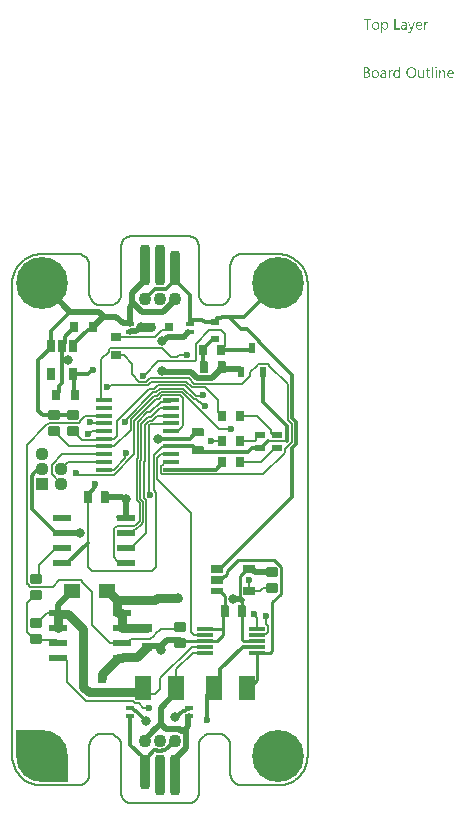
<source format=gtl>
G04*
G04 #@! TF.GenerationSoftware,Altium Limited,Altium Designer,21.9.2 (33)*
G04*
G04 Layer_Physical_Order=1*
G04 Layer_Color=255*
%FSLAX44Y44*%
%MOMM*%
G71*
G04*
G04 #@! TF.SameCoordinates,2EA8CFF5-2370-4CCC-882B-FB9061A37F0A*
G04*
G04*
G04 #@! TF.FilePolarity,Positive*
G04*
G01*
G75*
%ADD10C,0.2500*%
%ADD12C,0.2000*%
%ADD14C,0.1500*%
G04:AMPARAMS|DCode=16|XSize=0.95mm|YSize=0.8mm|CornerRadius=0.1mm|HoleSize=0mm|Usage=FLASHONLY|Rotation=0.000|XOffset=0mm|YOffset=0mm|HoleType=Round|Shape=RoundedRectangle|*
%AMROUNDEDRECTD16*
21,1,0.9500,0.6000,0,0,0.0*
21,1,0.7500,0.8000,0,0,0.0*
1,1,0.2000,0.3750,-0.3000*
1,1,0.2000,-0.3750,-0.3000*
1,1,0.2000,-0.3750,0.3000*
1,1,0.2000,0.3750,0.3000*
%
%ADD16ROUNDEDRECTD16*%
G04:AMPARAMS|DCode=17|XSize=0.95mm|YSize=0.8mm|CornerRadius=0.08mm|HoleSize=0mm|Usage=FLASHONLY|Rotation=0.000|XOffset=0mm|YOffset=0mm|HoleType=Round|Shape=RoundedRectangle|*
%AMROUNDEDRECTD17*
21,1,0.9500,0.6400,0,0,0.0*
21,1,0.7900,0.8000,0,0,0.0*
1,1,0.1600,0.3950,-0.3200*
1,1,0.1600,-0.3950,-0.3200*
1,1,0.1600,-0.3950,0.3200*
1,1,0.1600,0.3950,0.3200*
%
%ADD17ROUNDEDRECTD17*%
%ADD20R,1.3500X0.4000*%
G04:AMPARAMS|DCode=21|XSize=1mm|YSize=0.7mm|CornerRadius=0.0875mm|HoleSize=0mm|Usage=FLASHONLY|Rotation=270.000|XOffset=0mm|YOffset=0mm|HoleType=Round|Shape=RoundedRectangle|*
%AMROUNDEDRECTD21*
21,1,1.0000,0.5250,0,0,270.0*
21,1,0.8250,0.7000,0,0,270.0*
1,1,0.1750,-0.2625,-0.4125*
1,1,0.1750,-0.2625,0.4125*
1,1,0.1750,0.2625,0.4125*
1,1,0.1750,0.2625,-0.4125*
%
%ADD21ROUNDEDRECTD21*%
%ADD22R,1.5500X0.6000*%
%ADD23R,0.7620X0.8128*%
%ADD24R,0.6000X0.9000*%
G04:AMPARAMS|DCode=25|XSize=1mm|YSize=0.7mm|CornerRadius=0.0875mm|HoleSize=0mm|Usage=FLASHONLY|Rotation=0.000|XOffset=0mm|YOffset=0mm|HoleType=Round|Shape=RoundedRectangle|*
%AMROUNDEDRECTD25*
21,1,1.0000,0.5250,0,0,0.0*
21,1,0.8250,0.7000,0,0,0.0*
1,1,0.1750,0.4125,-0.2625*
1,1,0.1750,-0.4125,-0.2625*
1,1,0.1750,-0.4125,0.2625*
1,1,0.1750,0.4125,0.2625*
%
%ADD25ROUNDEDRECTD25*%
%ADD26R,0.8000X0.9000*%
%ADD27R,0.8128X0.7620*%
%ADD29R,1.4500X0.3000*%
%ADD30R,1.0600X0.6500*%
%ADD31R,1.0600X0.6000*%
%ADD32R,0.9000X0.8000*%
%ADD33R,1.4000X2.0000*%
%ADD35R,0.7000X1.0000*%
%ADD36R,1.4500X1.2000*%
%ADD37R,0.8000X0.6000*%
%ADD38R,0.9000X0.6000*%
G04:AMPARAMS|DCode=41|XSize=0.9mm|YSize=3.45mm|CornerRadius=0.351mm|HoleSize=0mm|Usage=FLASHONLY|Rotation=0.000|XOffset=0mm|YOffset=0mm|HoleType=Round|Shape=RoundedRectangle|*
%AMROUNDEDRECTD41*
21,1,0.9000,2.7480,0,0,0.0*
21,1,0.1980,3.4500,0,0,0.0*
1,1,0.7020,0.0990,-1.3740*
1,1,0.7020,-0.0990,-1.3740*
1,1,0.7020,-0.0990,1.3740*
1,1,0.7020,0.0990,1.3740*
%
%ADD41ROUNDEDRECTD41*%
G04:AMPARAMS|DCode=42|XSize=0.9mm|YSize=2.95mm|CornerRadius=0.351mm|HoleSize=0mm|Usage=FLASHONLY|Rotation=0.000|XOffset=0mm|YOffset=0mm|HoleType=Round|Shape=RoundedRectangle|*
%AMROUNDEDRECTD42*
21,1,0.9000,2.2480,0,0,0.0*
21,1,0.1980,2.9500,0,0,0.0*
1,1,0.7020,0.0990,-1.1240*
1,1,0.7020,-0.0990,-1.1240*
1,1,0.7020,-0.0990,1.1240*
1,1,0.7020,0.0990,1.1240*
%
%ADD42ROUNDEDRECTD42*%
%ADD62C,1.1000*%
%ADD67R,0.8000X0.8000*%
%ADD68R,0.7000X0.4000*%
%ADD69C,0.3000*%
%ADD70C,0.5000*%
%ADD71C,0.7500*%
%ADD72C,4.4000*%
%ADD73C,1.1100*%
%ADD74R,1.1100X1.1100*%
%ADD75C,0.8000*%
%ADD76C,0.6000*%
G36*
X521895Y312512D02*
X522006Y312496D01*
X522116Y312481D01*
X522398Y312418D01*
X522713Y312323D01*
X523027Y312166D01*
X523185Y312072D01*
X523342Y311946D01*
X523483Y311820D01*
X523625Y311663D01*
X523641Y311647D01*
X523656Y311632D01*
X523688Y311569D01*
X523735Y311506D01*
X523782Y311427D01*
X523845Y311317D01*
X523908Y311191D01*
X523971Y311066D01*
X524034Y310908D01*
X524097Y310735D01*
X524160Y310547D01*
X524207Y310342D01*
X524285Y309886D01*
X524317Y309635D01*
X524317Y309368D01*
X524317Y309352D01*
X524317Y309305D01*
X524317Y309210D01*
X524301Y309100D01*
X524301Y308974D01*
X524269Y308817D01*
X524254Y308644D01*
X524222Y308456D01*
X524128Y308047D01*
X523987Y307622D01*
X523892Y307418D01*
X523798Y307214D01*
X523672Y307009D01*
X523531Y306821D01*
X523515Y306805D01*
X523499Y306773D01*
X523452Y306726D01*
X523389Y306679D01*
X523310Y306600D01*
X523216Y306522D01*
X523106Y306427D01*
X522980Y306349D01*
X522839Y306255D01*
X522682Y306160D01*
X522304Y306019D01*
X522100Y305956D01*
X521895Y305909D01*
X521660Y305877D01*
X521408Y305861D01*
X521282Y305861D01*
X521204Y305877D01*
X521093Y305893D01*
X520984Y305924D01*
X520700Y305987D01*
X520402Y306113D01*
X520229Y306207D01*
X520072Y306302D01*
X519914Y306427D01*
X519773Y306569D01*
X519616Y306726D01*
X519490Y306915D01*
X519458Y306915D01*
X519458Y303078D01*
X518436Y303078D01*
X518436Y312386D01*
X519458Y312386D01*
X519458Y311254D01*
X519490Y311254D01*
X519506Y311270D01*
X519521Y311317D01*
X519568Y311380D01*
X519631Y311459D01*
X519710Y311553D01*
X519804Y311663D01*
X519914Y311773D01*
X520056Y311899D01*
X520197Y312009D01*
X520355Y312119D01*
X520543Y312229D01*
X520732Y312323D01*
X520952Y312418D01*
X521188Y312481D01*
X521424Y312512D01*
X521691Y312528D01*
X521817Y312528D01*
X521895Y312512D01*
X521895Y312512D02*
G37*
G36*
X557743Y312481D02*
X557932Y312465D01*
X558042Y312433D01*
X558120Y312402D01*
X558120Y311349D01*
X558105Y311364D01*
X558073Y311380D01*
X558010Y311411D01*
X557932Y311459D01*
X557822Y311490D01*
X557680Y311522D01*
X557523Y311537D01*
X557350Y311553D01*
X557318Y311553D01*
X557240Y311537D01*
X557114Y311522D01*
X556973Y311474D01*
X556784Y311396D01*
X556611Y311286D01*
X556422Y311129D01*
X556249Y310924D01*
X556234Y310893D01*
X556186Y310814D01*
X556108Y310673D01*
X556029Y310484D01*
X555951Y310248D01*
X555872Y309949D01*
X555825Y309619D01*
X555809Y309242D01*
X555809Y306003D01*
X554787Y306003D01*
X554787Y312386D01*
X555809Y312386D01*
X555809Y311066D01*
X555840Y311066D01*
X555840Y311081D01*
X555856Y311097D01*
X555888Y311176D01*
X555935Y311301D01*
X556013Y311459D01*
X556092Y311616D01*
X556218Y311789D01*
X556344Y311962D01*
X556501Y312119D01*
X556517Y312135D01*
X556580Y312182D01*
X556674Y312245D01*
X556800Y312308D01*
X556941Y312371D01*
X557114Y312433D01*
X557303Y312481D01*
X557507Y312496D01*
X557649Y312496D01*
X557743Y312481D01*
X557743Y312481D02*
G37*
G36*
X544080Y304981D02*
X544064Y304965D01*
X544049Y304902D01*
X544001Y304792D01*
X543938Y304667D01*
X543860Y304525D01*
X543750Y304352D01*
X543640Y304179D01*
X543514Y303990D01*
X543357Y303802D01*
X543200Y303629D01*
X543011Y303456D01*
X542807Y303314D01*
X542602Y303189D01*
X542366Y303078D01*
X542130Y303016D01*
X541863Y303000D01*
X541722Y303000D01*
X541627Y303016D01*
X541423Y303047D01*
X541203Y303094D01*
X541203Y304006D01*
X541218Y304006D01*
X541266Y303990D01*
X541329Y303975D01*
X541407Y303959D01*
X541596Y303912D01*
X541800Y303896D01*
X541832Y303896D01*
X541926Y303912D01*
X542067Y303943D01*
X542240Y304006D01*
X542429Y304116D01*
X542523Y304195D01*
X542618Y304289D01*
X542712Y304384D01*
X542807Y304509D01*
X542885Y304651D01*
X542964Y304808D01*
X543483Y306003D01*
X540983Y312386D01*
X542115Y312386D01*
X543844Y307465D01*
X543844Y307449D01*
X543860Y307418D01*
X543876Y307371D01*
X543891Y307308D01*
X543907Y307214D01*
X543938Y307119D01*
X543970Y306978D01*
X544017Y306978D01*
X544017Y307009D01*
X544049Y307104D01*
X544080Y307245D01*
X544143Y307449D01*
X545951Y312386D01*
X547004Y312386D01*
X544080Y304981D01*
X544080Y304981D02*
G37*
G36*
X537964Y312512D02*
X538105Y312496D01*
X538278Y312449D01*
X538467Y312402D01*
X538671Y312323D01*
X538891Y312229D01*
X539096Y312103D01*
X539300Y311946D01*
X539489Y311757D01*
X539662Y311522D01*
X539803Y311254D01*
X539913Y310940D01*
X539976Y310578D01*
X540008Y310154D01*
X540008Y306003D01*
X538986Y306003D01*
X538986Y306994D01*
X538954Y306994D01*
X538954Y306978D01*
X538923Y306946D01*
X538891Y306883D01*
X538829Y306821D01*
X538671Y306632D01*
X538467Y306427D01*
X538184Y306223D01*
X537854Y306034D01*
X537649Y305972D01*
X537445Y305909D01*
X537225Y305877D01*
X536989Y305861D01*
X536895Y305861D01*
X536832Y305877D01*
X536659Y305893D01*
X536455Y305924D01*
X536203Y305987D01*
X535967Y306066D01*
X535716Y306192D01*
X535495Y306349D01*
X535480Y306380D01*
X535417Y306443D01*
X535322Y306553D01*
X535228Y306710D01*
X535134Y306899D01*
X535039Y307119D01*
X534977Y307386D01*
X534961Y307685D01*
X534961Y307701D01*
X534961Y307764D01*
X534977Y307858D01*
X534992Y307968D01*
X535024Y308110D01*
X535071Y308267D01*
X535134Y308440D01*
X535228Y308613D01*
X535338Y308802D01*
X535480Y308990D01*
X535653Y309163D01*
X535857Y309320D01*
X536093Y309478D01*
X536376Y309603D01*
X536690Y309698D01*
X537068Y309776D01*
X538986Y310044D01*
X538986Y310059D01*
X538986Y310107D01*
X538970Y310201D01*
X538970Y310295D01*
X538939Y310421D01*
X538923Y310562D01*
X538829Y310861D01*
X538750Y311003D01*
X538671Y311144D01*
X538561Y311286D01*
X538436Y311411D01*
X538278Y311522D01*
X538105Y311600D01*
X537901Y311647D01*
X537665Y311663D01*
X537555Y311663D01*
X537477Y311647D01*
X537366Y311647D01*
X537256Y311616D01*
X536973Y311569D01*
X536659Y311474D01*
X536313Y311333D01*
X536124Y311239D01*
X535951Y311144D01*
X535763Y311019D01*
X535590Y310877D01*
X535590Y311930D01*
X535606Y311930D01*
X535637Y311962D01*
X535684Y311993D01*
X535763Y312025D01*
X535841Y312072D01*
X535951Y312119D01*
X536077Y312166D01*
X536219Y312229D01*
X536533Y312339D01*
X536911Y312433D01*
X537319Y312496D01*
X537760Y312528D01*
X537854Y312528D01*
X537964Y312512D01*
X537964Y312512D02*
G37*
G36*
X530621Y306946D02*
X534206Y306946D01*
X534206Y306003D01*
X529568Y306003D01*
X529568Y314933D01*
X530621Y314933D01*
X530621Y306946D01*
X530621Y306946D02*
G37*
G36*
X509695Y313990D02*
X507116Y313990D01*
X507116Y306003D01*
X506078Y306003D01*
X506078Y313990D01*
X503500Y313990D01*
X503500Y314933D01*
X509695Y314933D01*
X509695Y313990D01*
X509695Y313990D02*
G37*
G36*
X550825Y312512D02*
X550935Y312496D01*
X551045Y312481D01*
X551328Y312433D01*
X551643Y312323D01*
X551957Y312182D01*
X552114Y312088D01*
X552271Y311978D01*
X552413Y311852D01*
X552555Y311710D01*
X552570Y311695D01*
X552586Y311679D01*
X552617Y311632D01*
X552664Y311569D01*
X552712Y311474D01*
X552775Y311380D01*
X552837Y311270D01*
X552900Y311129D01*
X552963Y310971D01*
X553026Y310814D01*
X553089Y310625D01*
X553136Y310421D01*
X553183Y310201D01*
X553215Y309981D01*
X553246Y309729D01*
X553246Y309462D01*
X553246Y308927D01*
X548734Y308927D01*
X548734Y308912D01*
X548734Y308880D01*
X548734Y308833D01*
X548750Y308754D01*
X548765Y308660D01*
X548765Y308566D01*
X548812Y308314D01*
X548891Y308063D01*
X548985Y307780D01*
X549127Y307512D01*
X549300Y307276D01*
X549331Y307245D01*
X549394Y307182D01*
X549520Y307104D01*
X549693Y306994D01*
X549913Y306883D01*
X550165Y306805D01*
X550463Y306742D01*
X550809Y306710D01*
X550919Y306710D01*
X550998Y306726D01*
X551092Y306726D01*
X551202Y306742D01*
X551470Y306805D01*
X551768Y306883D01*
X552099Y307009D01*
X552444Y307182D01*
X552617Y307292D01*
X552790Y307418D01*
X552790Y306459D01*
X552775Y306459D01*
X552759Y306427D01*
X552712Y306412D01*
X552633Y306365D01*
X552555Y306317D01*
X552460Y306270D01*
X552334Y306223D01*
X552209Y306160D01*
X552051Y306097D01*
X551878Y306050D01*
X551501Y305956D01*
X551061Y305893D01*
X550573Y305861D01*
X550448Y305861D01*
X550353Y305877D01*
X550243Y305893D01*
X550102Y305909D01*
X549803Y305972D01*
X549457Y306066D01*
X549111Y306223D01*
X548938Y306333D01*
X548765Y306443D01*
X548608Y306569D01*
X548451Y306726D01*
X548435Y306742D01*
X548419Y306773D01*
X548388Y306821D01*
X548325Y306883D01*
X548278Y306978D01*
X548215Y307088D01*
X548136Y307214D01*
X548074Y307355D01*
X547995Y307512D01*
X547932Y307701D01*
X547853Y307905D01*
X547806Y308125D01*
X547759Y308361D01*
X547712Y308613D01*
X547696Y308880D01*
X547681Y309163D01*
X547681Y309179D01*
X547681Y309226D01*
X547681Y309305D01*
X547696Y309415D01*
X547712Y309541D01*
X547728Y309682D01*
X547743Y309855D01*
X547790Y310028D01*
X547885Y310405D01*
X548026Y310814D01*
X548121Y311019D01*
X548246Y311207D01*
X548372Y311411D01*
X548514Y311584D01*
X548530Y311600D01*
X548561Y311632D01*
X548608Y311679D01*
X548671Y311726D01*
X548750Y311805D01*
X548844Y311883D01*
X548970Y311962D01*
X549095Y312056D01*
X549394Y312229D01*
X549756Y312386D01*
X549960Y312433D01*
X550165Y312481D01*
X550385Y312512D01*
X550621Y312528D01*
X550746Y312528D01*
X550825Y312512D01*
X550825Y312512D02*
G37*
G36*
X514018Y312512D02*
X514128Y312496D01*
X514270Y312481D01*
X514584Y312418D01*
X514946Y312308D01*
X515308Y312150D01*
X515496Y312056D01*
X515669Y311946D01*
X515842Y311805D01*
X515999Y311647D01*
X516015Y311632D01*
X516031Y311600D01*
X516078Y311553D01*
X516125Y311490D01*
X516188Y311396D01*
X516251Y311286D01*
X516330Y311160D01*
X516408Y311019D01*
X516471Y310846D01*
X516550Y310673D01*
X516613Y310468D01*
X516675Y310248D01*
X516723Y310012D01*
X516770Y309761D01*
X516786Y309493D01*
X516801Y309210D01*
X516801Y309195D01*
X516801Y309147D01*
X516801Y309069D01*
X516786Y308959D01*
X516770Y308833D01*
X516754Y308676D01*
X516723Y308519D01*
X516691Y308330D01*
X516597Y307952D01*
X516440Y307544D01*
X516345Y307339D01*
X516219Y307135D01*
X516094Y306946D01*
X515937Y306773D01*
X515921Y306758D01*
X515889Y306742D01*
X515842Y306695D01*
X515779Y306632D01*
X515685Y306569D01*
X515591Y306490D01*
X515465Y306396D01*
X515323Y306317D01*
X515166Y306239D01*
X514993Y306144D01*
X514804Y306066D01*
X514600Y306003D01*
X514380Y305940D01*
X514144Y305909D01*
X513893Y305877D01*
X513625Y305861D01*
X513484Y305861D01*
X513390Y305877D01*
X513279Y305893D01*
X513138Y305909D01*
X512981Y305940D01*
X512808Y305972D01*
X512446Y306082D01*
X512069Y306239D01*
X511880Y306333D01*
X511707Y306459D01*
X511534Y306585D01*
X511361Y306742D01*
X511345Y306758D01*
X511330Y306789D01*
X511283Y306836D01*
X511236Y306899D01*
X511173Y306994D01*
X511094Y307104D01*
X511015Y307229D01*
X510952Y307371D01*
X510874Y307544D01*
X510795Y307717D01*
X510717Y307905D01*
X510654Y308125D01*
X510559Y308597D01*
X510544Y308849D01*
X510528Y309116D01*
X510528Y309132D01*
X510528Y309195D01*
X510528Y309273D01*
X510544Y309383D01*
X510559Y309509D01*
X510575Y309666D01*
X510607Y309839D01*
X510638Y310028D01*
X510732Y310437D01*
X510890Y310846D01*
X511000Y311050D01*
X511110Y311254D01*
X511236Y311443D01*
X511393Y311616D01*
X511408Y311632D01*
X511440Y311663D01*
X511487Y311695D01*
X511550Y311757D01*
X511644Y311820D01*
X511754Y311899D01*
X511880Y311993D01*
X512022Y312072D01*
X512179Y312150D01*
X512368Y312245D01*
X512556Y312323D01*
X512776Y312386D01*
X512996Y312449D01*
X513248Y312496D01*
X513515Y312512D01*
X513783Y312528D01*
X513924Y312528D01*
X514018Y312512D01*
X514018Y312512D02*
G37*
G36*
X564991Y274449D02*
X565054Y274449D01*
X565195Y274386D01*
X565274Y274339D01*
X565353Y274276D01*
X565368Y274261D01*
X565384Y274245D01*
X565463Y274151D01*
X565526Y273993D01*
X565541Y273899D01*
X565557Y273805D01*
X565557Y273789D01*
X565557Y273757D01*
X565541Y273710D01*
X565526Y273647D01*
X565478Y273490D01*
X565416Y273412D01*
X565353Y273333D01*
X565337Y273333D01*
X565321Y273302D01*
X565227Y273239D01*
X565085Y273176D01*
X564991Y273160D01*
X564897Y273144D01*
X564850Y273144D01*
X564802Y273160D01*
X564739Y273160D01*
X564582Y273223D01*
X564504Y273254D01*
X564425Y273317D01*
X564425Y273333D01*
X564394Y273349D01*
X564362Y273396D01*
X564331Y273443D01*
X564268Y273600D01*
X564252Y273694D01*
X564236Y273805D01*
X564236Y273820D01*
X564236Y273852D01*
X564252Y273899D01*
X564268Y273978D01*
X564315Y274119D01*
X564362Y274198D01*
X564425Y274276D01*
X564441Y274292D01*
X564456Y274308D01*
X564551Y274371D01*
X564708Y274433D01*
X564802Y274465D01*
X564944Y274465D01*
X564991Y274449D01*
X564991Y274449D02*
G37*
G36*
X534536Y265141D02*
X533514Y265141D01*
X533514Y266211D01*
X533483Y266211D01*
X533483Y266195D01*
X533451Y266163D01*
X533404Y266101D01*
X533357Y266022D01*
X533279Y265928D01*
X533184Y265833D01*
X533074Y265723D01*
X532948Y265613D01*
X532807Y265487D01*
X532634Y265377D01*
X532461Y265283D01*
X532257Y265189D01*
X532052Y265110D01*
X531816Y265047D01*
X531565Y265016D01*
X531297Y265000D01*
X531188Y265000D01*
X531093Y265016D01*
X530999Y265031D01*
X530873Y265047D01*
X530606Y265110D01*
X530291Y265204D01*
X529977Y265361D01*
X529804Y265456D01*
X529662Y265566D01*
X529505Y265707D01*
X529364Y265849D01*
X529364Y265865D01*
X529332Y265896D01*
X529301Y265943D01*
X529254Y266006D01*
X529206Y266085D01*
X529143Y266195D01*
X529081Y266321D01*
X529018Y266462D01*
X528939Y266619D01*
X528876Y266792D01*
X528813Y266981D01*
X528766Y267185D01*
X528719Y267405D01*
X528688Y267657D01*
X528672Y267909D01*
X528656Y268176D01*
X528656Y268192D01*
X528656Y268239D01*
X528656Y268333D01*
X528672Y268443D01*
X528688Y268569D01*
X528703Y268726D01*
X528719Y268899D01*
X528750Y269088D01*
X528845Y269497D01*
X528986Y269921D01*
X529081Y270126D01*
X529191Y270330D01*
X529301Y270519D01*
X529442Y270707D01*
X529458Y270723D01*
X529474Y270754D01*
X529521Y270802D01*
X529584Y270865D01*
X529662Y270927D01*
X529772Y271006D01*
X529883Y271100D01*
X530008Y271195D01*
X530323Y271368D01*
X530684Y271525D01*
X530889Y271572D01*
X531109Y271619D01*
X531329Y271651D01*
X531581Y271666D01*
X531706Y271666D01*
X531801Y271651D01*
X531895Y271635D01*
X532021Y271619D01*
X532304Y271541D01*
X532618Y271415D01*
X532775Y271336D01*
X532933Y271226D01*
X533090Y271116D01*
X533231Y270975D01*
X533357Y270817D01*
X533483Y270629D01*
X533514Y270629D01*
X533514Y274591D01*
X534536Y274591D01*
X534536Y265141D01*
X534536Y265141D02*
G37*
G36*
X570777Y271651D02*
X570966Y271635D01*
X571202Y271588D01*
X571453Y271509D01*
X571720Y271383D01*
X571988Y271210D01*
X572098Y271116D01*
X572208Y270990D01*
X572239Y270959D01*
X572302Y270865D01*
X572381Y270707D01*
X572491Y270487D01*
X572585Y270220D01*
X572679Y269890D01*
X572742Y269497D01*
X572758Y269041D01*
X572758Y265141D01*
X571736Y265141D01*
X571736Y268773D01*
X571736Y268789D01*
X571736Y268868D01*
X571720Y268962D01*
X571720Y269088D01*
X571689Y269245D01*
X571657Y269418D01*
X571610Y269607D01*
X571547Y269795D01*
X571469Y269984D01*
X571374Y270157D01*
X571249Y270330D01*
X571107Y270487D01*
X570950Y270613D01*
X570746Y270707D01*
X570525Y270786D01*
X570258Y270802D01*
X570227Y270802D01*
X570132Y270786D01*
X569991Y270770D01*
X569818Y270723D01*
X569613Y270660D01*
X569393Y270550D01*
X569189Y270408D01*
X568985Y270220D01*
X568969Y270188D01*
X568906Y270126D01*
X568827Y270000D01*
X568733Y269827D01*
X568639Y269622D01*
X568560Y269371D01*
X568497Y269088D01*
X568481Y268773D01*
X568481Y265141D01*
X567459Y265141D01*
X567459Y271525D01*
X568481Y271525D01*
X568481Y270456D01*
X568513Y270456D01*
X568529Y270471D01*
X568544Y270503D01*
X568591Y270566D01*
X568654Y270644D01*
X568717Y270739D01*
X568812Y270833D01*
X568922Y270943D01*
X569048Y271069D01*
X569189Y271179D01*
X569346Y271289D01*
X569519Y271383D01*
X569708Y271478D01*
X569897Y271556D01*
X570117Y271619D01*
X570353Y271651D01*
X570604Y271666D01*
X570698Y271666D01*
X570777Y271651D01*
X570777Y271651D02*
G37*
G36*
X527603Y271619D02*
X527791Y271603D01*
X527901Y271572D01*
X527980Y271541D01*
X527980Y270487D01*
X527964Y270503D01*
X527933Y270519D01*
X527870Y270550D01*
X527791Y270597D01*
X527681Y270629D01*
X527540Y270660D01*
X527383Y270676D01*
X527210Y270692D01*
X527178Y270692D01*
X527100Y270676D01*
X526974Y270660D01*
X526832Y270613D01*
X526644Y270534D01*
X526471Y270424D01*
X526282Y270267D01*
X526109Y270063D01*
X526093Y270031D01*
X526046Y269953D01*
X525968Y269811D01*
X525889Y269622D01*
X525810Y269387D01*
X525732Y269088D01*
X525685Y268758D01*
X525669Y268380D01*
X525669Y265141D01*
X524647Y265141D01*
X524647Y271525D01*
X525669Y271525D01*
X525669Y270204D01*
X525700Y270204D01*
X525700Y270220D01*
X525716Y270236D01*
X525747Y270314D01*
X525795Y270440D01*
X525873Y270597D01*
X525952Y270754D01*
X526078Y270927D01*
X526203Y271100D01*
X526361Y271257D01*
X526376Y271273D01*
X526439Y271320D01*
X526534Y271383D01*
X526659Y271446D01*
X526801Y271509D01*
X526974Y271572D01*
X527163Y271619D01*
X527367Y271635D01*
X527508Y271635D01*
X527603Y271619D01*
X527603Y271619D02*
G37*
G36*
X554881Y265141D02*
X553859Y265141D01*
X553859Y266148D01*
X553828Y266148D01*
X553828Y266132D01*
X553797Y266101D01*
X553765Y266038D01*
X553702Y265975D01*
X553561Y265786D01*
X553341Y265582D01*
X553215Y265472D01*
X553073Y265361D01*
X552916Y265267D01*
X552727Y265173D01*
X552539Y265110D01*
X552334Y265047D01*
X552099Y265016D01*
X551863Y265000D01*
X551768Y265000D01*
X551658Y265016D01*
X551501Y265047D01*
X551328Y265079D01*
X551139Y265141D01*
X550935Y265220D01*
X550731Y265346D01*
X550510Y265487D01*
X550306Y265660D01*
X550117Y265880D01*
X549944Y266148D01*
X549787Y266446D01*
X549677Y266808D01*
X549614Y267232D01*
X549583Y267453D01*
X549583Y267704D01*
X549583Y271525D01*
X550589Y271525D01*
X550589Y267861D01*
X550589Y267846D01*
X550589Y267783D01*
X550605Y267673D01*
X550621Y267547D01*
X550636Y267390D01*
X550668Y267232D01*
X550715Y267044D01*
X550778Y266855D01*
X550872Y266667D01*
X550966Y266494D01*
X551092Y266321D01*
X551250Y266163D01*
X551422Y266038D01*
X551627Y265943D01*
X551878Y265865D01*
X552146Y265849D01*
X552177Y265849D01*
X552271Y265865D01*
X552413Y265880D01*
X552570Y265912D01*
X552775Y265991D01*
X552979Y266085D01*
X553183Y266211D01*
X553372Y266399D01*
X553388Y266431D01*
X553451Y266494D01*
X553529Y266619D01*
X553624Y266792D01*
X553702Y266997D01*
X553781Y267248D01*
X553844Y267531D01*
X553859Y267846D01*
X553859Y271525D01*
X554881Y271525D01*
X554881Y265141D01*
X554881Y265141D02*
G37*
G36*
X565384Y265141D02*
X564362Y265141D01*
X564362Y271525D01*
X565384Y271525D01*
X565384Y265141D01*
X565384Y265141D02*
G37*
G36*
X562287Y265141D02*
X561265Y265141D01*
X561265Y274591D01*
X562287Y274591D01*
X562287Y265141D01*
X562287Y265141D02*
G37*
G36*
X520685Y271651D02*
X520826Y271635D01*
X520999Y271588D01*
X521188Y271541D01*
X521392Y271462D01*
X521612Y271368D01*
X521817Y271242D01*
X522021Y271085D01*
X522210Y270896D01*
X522383Y270660D01*
X522524Y270393D01*
X522634Y270078D01*
X522697Y269717D01*
X522729Y269292D01*
X522729Y265141D01*
X521707Y265141D01*
X521707Y266132D01*
X521675Y266132D01*
X521675Y266116D01*
X521644Y266085D01*
X521612Y266022D01*
X521549Y265959D01*
X521392Y265770D01*
X521188Y265566D01*
X520905Y265361D01*
X520575Y265173D01*
X520370Y265110D01*
X520166Y265047D01*
X519946Y265016D01*
X519710Y265000D01*
X519616Y265000D01*
X519553Y265016D01*
X519380Y265031D01*
X519175Y265063D01*
X518924Y265126D01*
X518688Y265204D01*
X518436Y265330D01*
X518216Y265487D01*
X518201Y265519D01*
X518138Y265582D01*
X518043Y265692D01*
X517949Y265849D01*
X517855Y266038D01*
X517760Y266258D01*
X517697Y266525D01*
X517682Y266824D01*
X517682Y266840D01*
X517682Y266902D01*
X517697Y266997D01*
X517713Y267107D01*
X517745Y267248D01*
X517792Y267405D01*
X517855Y267578D01*
X517949Y267751D01*
X518059Y267940D01*
X518201Y268129D01*
X518373Y268302D01*
X518578Y268459D01*
X518814Y268616D01*
X519097Y268742D01*
X519411Y268836D01*
X519789Y268915D01*
X521707Y269182D01*
X521707Y269198D01*
X521707Y269245D01*
X521691Y269339D01*
X521691Y269434D01*
X521660Y269559D01*
X521644Y269701D01*
X521549Y270000D01*
X521471Y270141D01*
X521392Y270283D01*
X521282Y270424D01*
X521156Y270550D01*
X520999Y270660D01*
X520826Y270739D01*
X520622Y270786D01*
X520386Y270802D01*
X520276Y270802D01*
X520197Y270786D01*
X520087Y270786D01*
X519977Y270754D01*
X519694Y270707D01*
X519380Y270613D01*
X519034Y270471D01*
X518845Y270377D01*
X518672Y270283D01*
X518484Y270157D01*
X518311Y270015D01*
X518311Y271069D01*
X518326Y271069D01*
X518358Y271100D01*
X518405Y271132D01*
X518484Y271163D01*
X518562Y271210D01*
X518672Y271257D01*
X518798Y271305D01*
X518940Y271368D01*
X519254Y271478D01*
X519631Y271572D01*
X520040Y271635D01*
X520480Y271666D01*
X520575Y271666D01*
X520685Y271651D01*
X520685Y271651D02*
G37*
G36*
X506236Y274056D02*
X506346Y274056D01*
X506456Y274040D01*
X506707Y274009D01*
X507006Y273930D01*
X507321Y273836D01*
X507619Y273694D01*
X507887Y273506D01*
X507902Y273506D01*
X507918Y273474D01*
X507997Y273412D01*
X508107Y273286D01*
X508232Y273113D01*
X508343Y272893D01*
X508453Y272641D01*
X508531Y272358D01*
X508563Y272201D01*
X508563Y272028D01*
X508563Y272012D01*
X508563Y271996D01*
X508563Y271902D01*
X508547Y271761D01*
X508516Y271588D01*
X508468Y271368D01*
X508390Y271147D01*
X508295Y270927D01*
X508154Y270707D01*
X508138Y270676D01*
X508075Y270613D01*
X507981Y270519D01*
X507855Y270393D01*
X507698Y270267D01*
X507509Y270126D01*
X507273Y270015D01*
X507022Y269905D01*
X507022Y269890D01*
X507069Y269890D01*
X507116Y269874D01*
X507163Y269858D01*
X507336Y269827D01*
X507541Y269764D01*
X507761Y269669D01*
X507997Y269559D01*
X508232Y269402D01*
X508453Y269198D01*
X508484Y269166D01*
X508547Y269088D01*
X508625Y268978D01*
X508736Y268805D01*
X508830Y268585D01*
X508924Y268333D01*
X508987Y268034D01*
X509003Y267704D01*
X509003Y267689D01*
X509003Y267657D01*
X509003Y267594D01*
X508987Y267516D01*
X508971Y267421D01*
X508956Y267311D01*
X508893Y267044D01*
X508798Y266745D01*
X508657Y266431D01*
X508563Y266289D01*
X508453Y266132D01*
X508311Y265991D01*
X508170Y265849D01*
X508154Y265849D01*
X508138Y265818D01*
X508091Y265786D01*
X508028Y265739D01*
X507949Y265692D01*
X507839Y265629D01*
X507604Y265503D01*
X507305Y265361D01*
X506959Y265252D01*
X506550Y265173D01*
X506346Y265157D01*
X506110Y265141D01*
X503500Y265141D01*
X503500Y274072D01*
X506157Y274072D01*
X506236Y274056D01*
X506236Y274056D02*
G37*
G36*
X558293Y271525D02*
X559913Y271525D01*
X559913Y270644D01*
X558293Y270644D01*
X558293Y267044D01*
X558293Y267012D01*
X558293Y266934D01*
X558309Y266824D01*
X558325Y266682D01*
X558388Y266383D01*
X558435Y266242D01*
X558513Y266132D01*
X558529Y266116D01*
X558560Y266085D01*
X558608Y266053D01*
X558686Y266006D01*
X558781Y265943D01*
X558906Y265912D01*
X559064Y265880D01*
X559237Y265865D01*
X559300Y265865D01*
X559378Y265880D01*
X559472Y265896D01*
X559692Y265959D01*
X559803Y266006D01*
X559913Y266069D01*
X559913Y265189D01*
X559897Y265189D01*
X559850Y265157D01*
X559771Y265141D01*
X559661Y265110D01*
X559520Y265079D01*
X559362Y265047D01*
X559174Y265031D01*
X558954Y265016D01*
X558875Y265016D01*
X558796Y265031D01*
X558686Y265047D01*
X558560Y265079D01*
X558419Y265110D01*
X558278Y265173D01*
X558120Y265252D01*
X557963Y265346D01*
X557806Y265472D01*
X557664Y265613D01*
X557538Y265802D01*
X557429Y266006D01*
X557350Y266258D01*
X557287Y266541D01*
X557271Y266871D01*
X557271Y270644D01*
X556186Y270644D01*
X556186Y271525D01*
X557271Y271525D01*
X557271Y273081D01*
X558293Y273412D01*
X558293Y271525D01*
X558293Y271525D02*
G37*
G36*
X577412Y271651D02*
X577522Y271635D01*
X577632Y271619D01*
X577915Y271572D01*
X578229Y271462D01*
X578544Y271320D01*
X578701Y271226D01*
X578858Y271116D01*
X579000Y270990D01*
X579141Y270849D01*
X579157Y270833D01*
X579173Y270817D01*
X579204Y270770D01*
X579251Y270707D01*
X579299Y270613D01*
X579361Y270519D01*
X579424Y270408D01*
X579487Y270267D01*
X579550Y270110D01*
X579613Y269953D01*
X579676Y269764D01*
X579723Y269559D01*
X579770Y269339D01*
X579802Y269119D01*
X579833Y268868D01*
X579833Y268600D01*
X579833Y268066D01*
X575321Y268066D01*
X575321Y268050D01*
X575321Y268019D01*
X575321Y267971D01*
X575336Y267893D01*
X575352Y267799D01*
X575352Y267704D01*
X575399Y267453D01*
X575478Y267201D01*
X575572Y266918D01*
X575714Y266651D01*
X575887Y266415D01*
X575918Y266383D01*
X575981Y266321D01*
X576107Y266242D01*
X576280Y266132D01*
X576500Y266022D01*
X576752Y265943D01*
X577050Y265880D01*
X577396Y265849D01*
X577506Y265849D01*
X577585Y265865D01*
X577679Y265865D01*
X577789Y265880D01*
X578056Y265943D01*
X578355Y266022D01*
X578685Y266148D01*
X579031Y266321D01*
X579204Y266431D01*
X579377Y266556D01*
X579377Y265597D01*
X579361Y265597D01*
X579346Y265566D01*
X579299Y265550D01*
X579220Y265503D01*
X579141Y265456D01*
X579047Y265409D01*
X578921Y265361D01*
X578796Y265299D01*
X578638Y265236D01*
X578465Y265189D01*
X578088Y265094D01*
X577648Y265031D01*
X577160Y265000D01*
X577035Y265000D01*
X576940Y265016D01*
X576830Y265031D01*
X576689Y265047D01*
X576390Y265110D01*
X576044Y265204D01*
X575698Y265361D01*
X575525Y265472D01*
X575352Y265582D01*
X575195Y265707D01*
X575038Y265865D01*
X575022Y265880D01*
X575006Y265912D01*
X574975Y265959D01*
X574912Y266022D01*
X574865Y266116D01*
X574802Y266226D01*
X574723Y266352D01*
X574660Y266494D01*
X574582Y266651D01*
X574519Y266840D01*
X574440Y267044D01*
X574393Y267264D01*
X574346Y267500D01*
X574299Y267751D01*
X574283Y268019D01*
X574267Y268302D01*
X574267Y268317D01*
X574267Y268365D01*
X574267Y268443D01*
X574283Y268553D01*
X574299Y268679D01*
X574314Y268820D01*
X574330Y268993D01*
X574377Y269166D01*
X574472Y269544D01*
X574613Y269953D01*
X574708Y270157D01*
X574833Y270346D01*
X574959Y270550D01*
X575101Y270723D01*
X575116Y270739D01*
X575148Y270770D01*
X575195Y270817D01*
X575258Y270865D01*
X575336Y270943D01*
X575431Y271022D01*
X575557Y271100D01*
X575682Y271195D01*
X575981Y271368D01*
X576343Y271525D01*
X576547Y271572D01*
X576752Y271619D01*
X576972Y271651D01*
X577207Y271666D01*
X577333Y271666D01*
X577412Y271651D01*
X577412Y271651D02*
G37*
G36*
X544284Y274213D02*
X544442Y274198D01*
X544630Y274166D01*
X544835Y274119D01*
X545055Y274072D01*
X545275Y274009D01*
X545527Y273930D01*
X545762Y273820D01*
X546014Y273694D01*
X546265Y273553D01*
X546501Y273380D01*
X546737Y273191D01*
X546957Y272971D01*
X546973Y272956D01*
X547004Y272908D01*
X547067Y272845D01*
X547130Y272751D01*
X547225Y272625D01*
X547319Y272468D01*
X547413Y272295D01*
X547523Y272106D01*
X547633Y271871D01*
X547728Y271635D01*
X547822Y271368D01*
X547916Y271069D01*
X547979Y270770D01*
X548042Y270440D01*
X548074Y270078D01*
X548089Y269717D01*
X548089Y269685D01*
X548089Y269622D01*
X548089Y269512D01*
X548074Y269355D01*
X548058Y269166D01*
X548026Y268962D01*
X547995Y268726D01*
X547948Y268459D01*
X547885Y268192D01*
X547806Y267909D01*
X547712Y267626D01*
X547602Y267343D01*
X547460Y267044D01*
X547303Y266777D01*
X547130Y266509D01*
X546926Y266258D01*
X546910Y266242D01*
X546879Y266211D01*
X546800Y266148D01*
X546721Y266069D01*
X546596Y265959D01*
X546454Y265865D01*
X546297Y265739D01*
X546108Y265629D01*
X545904Y265519D01*
X545668Y265393D01*
X545416Y265299D01*
X545133Y265204D01*
X544835Y265110D01*
X544520Y265047D01*
X544190Y265016D01*
X543828Y265000D01*
X543750Y265000D01*
X543640Y265016D01*
X543514Y265016D01*
X543357Y265031D01*
X543168Y265063D01*
X542964Y265110D01*
X542728Y265157D01*
X542492Y265220D01*
X542240Y265299D01*
X541989Y265409D01*
X541737Y265519D01*
X541486Y265660D01*
X541234Y265833D01*
X540998Y266022D01*
X540778Y266242D01*
X540762Y266258D01*
X540731Y266305D01*
X540668Y266368D01*
X540605Y266462D01*
X540511Y266588D01*
X540417Y266745D01*
X540322Y266918D01*
X540212Y267122D01*
X540102Y267343D01*
X540008Y267578D01*
X539913Y267846D01*
X539819Y268144D01*
X539756Y268443D01*
X539693Y268773D01*
X539662Y269135D01*
X539646Y269497D01*
X539646Y269528D01*
X539646Y269591D01*
X539662Y269701D01*
X539662Y269858D01*
X539678Y270031D01*
X539709Y270251D01*
X539741Y270487D01*
X539788Y270739D01*
X539851Y271006D01*
X539929Y271289D01*
X540024Y271572D01*
X540134Y271855D01*
X540275Y272138D01*
X540432Y272421D01*
X540605Y272688D01*
X540810Y272940D01*
X540825Y272956D01*
X540857Y273003D01*
X540936Y273066D01*
X541030Y273144D01*
X541140Y273239D01*
X541281Y273349D01*
X541454Y273459D01*
X541643Y273584D01*
X541863Y273710D01*
X542099Y273820D01*
X542351Y273930D01*
X542634Y274025D01*
X542948Y274103D01*
X543278Y274182D01*
X543624Y274213D01*
X543986Y274229D01*
X544159Y274229D01*
X544284Y274213D01*
X544284Y274213D02*
G37*
G36*
X513735Y271651D02*
X513845Y271635D01*
X513987Y271619D01*
X514301Y271556D01*
X514663Y271446D01*
X515025Y271289D01*
X515213Y271195D01*
X515386Y271085D01*
X515559Y270943D01*
X515716Y270786D01*
X515732Y270770D01*
X515748Y270739D01*
X515795Y270692D01*
X515842Y270629D01*
X515905Y270534D01*
X515968Y270424D01*
X516047Y270298D01*
X516125Y270157D01*
X516188Y269984D01*
X516267Y269811D01*
X516330Y269607D01*
X516393Y269387D01*
X516440Y269151D01*
X516487Y268899D01*
X516502Y268632D01*
X516518Y268349D01*
X516518Y268333D01*
X516518Y268286D01*
X516518Y268207D01*
X516502Y268097D01*
X516487Y267971D01*
X516471Y267814D01*
X516440Y267657D01*
X516408Y267468D01*
X516314Y267091D01*
X516157Y266682D01*
X516062Y266478D01*
X515937Y266273D01*
X515811Y266085D01*
X515653Y265912D01*
X515638Y265896D01*
X515606Y265880D01*
X515559Y265833D01*
X515496Y265770D01*
X515402Y265707D01*
X515308Y265629D01*
X515182Y265534D01*
X515040Y265456D01*
X514883Y265377D01*
X514710Y265283D01*
X514521Y265204D01*
X514317Y265141D01*
X514097Y265079D01*
X513861Y265047D01*
X513610Y265016D01*
X513342Y265000D01*
X513201Y265000D01*
X513106Y265016D01*
X512996Y265031D01*
X512855Y265047D01*
X512698Y265079D01*
X512525Y265110D01*
X512163Y265220D01*
X511786Y265377D01*
X511597Y265472D01*
X511424Y265597D01*
X511251Y265723D01*
X511078Y265880D01*
X511063Y265896D01*
X511047Y265928D01*
X511000Y265975D01*
X510952Y266038D01*
X510890Y266132D01*
X510811Y266242D01*
X510732Y266368D01*
X510670Y266509D01*
X510591Y266682D01*
X510512Y266855D01*
X510434Y267044D01*
X510371Y267264D01*
X510276Y267736D01*
X510261Y267987D01*
X510245Y268255D01*
X510245Y268270D01*
X510245Y268333D01*
X510245Y268412D01*
X510261Y268522D01*
X510276Y268648D01*
X510292Y268805D01*
X510324Y268978D01*
X510355Y269166D01*
X510449Y269575D01*
X510607Y269984D01*
X510717Y270188D01*
X510827Y270393D01*
X510952Y270581D01*
X511110Y270754D01*
X511125Y270770D01*
X511157Y270802D01*
X511204Y270833D01*
X511267Y270896D01*
X511361Y270959D01*
X511471Y271037D01*
X511597Y271132D01*
X511739Y271210D01*
X511896Y271289D01*
X512085Y271383D01*
X512273Y271462D01*
X512493Y271525D01*
X512713Y271588D01*
X512965Y271635D01*
X513232Y271651D01*
X513499Y271666D01*
X513641Y271666D01*
X513735Y271651D01*
X513735Y271651D02*
G37*
G36*
X253155Y-309160D02*
X253155Y-330927D01*
X229923Y-330927D01*
X209000Y-310005D01*
X209000Y-286850D01*
X230845Y-286850D01*
X253155Y-309160D01*
X253155Y-309160D02*
G37*
%LPC*%
G36*
X521439Y311663D02*
X521361Y311663D01*
X521298Y311647D01*
X521125Y311632D01*
X520921Y311584D01*
X520700Y311506D01*
X520449Y311396D01*
X520213Y311239D01*
X519993Y311034D01*
X519977Y311003D01*
X519914Y310924D01*
X519820Y310798D01*
X519726Y310610D01*
X519631Y310389D01*
X519537Y310122D01*
X519474Y309823D01*
X519458Y309493D01*
X519458Y308597D01*
X519458Y308582D01*
X519458Y308566D01*
X519474Y308471D01*
X519490Y308314D01*
X519521Y308141D01*
X519584Y307921D01*
X519678Y307701D01*
X519804Y307481D01*
X519977Y307261D01*
X520009Y307245D01*
X520072Y307182D01*
X520182Y307088D01*
X520339Y306994D01*
X520527Y306883D01*
X520748Y306805D01*
X520999Y306742D01*
X521282Y306710D01*
X521377Y306710D01*
X521439Y306726D01*
X521597Y306742D01*
X521817Y306805D01*
X522037Y306883D01*
X522289Y307009D01*
X522524Y307182D01*
X522634Y307292D01*
X522729Y307418D01*
X522729Y307434D01*
X522744Y307449D01*
X522776Y307497D01*
X522807Y307544D01*
X522854Y307622D01*
X522902Y307717D01*
X522996Y307937D01*
X523090Y308220D01*
X523185Y308550D01*
X523247Y308943D01*
X523263Y309399D01*
X523263Y309415D01*
X523263Y309446D01*
X523263Y309493D01*
X523263Y309572D01*
X523247Y309666D01*
X523232Y309761D01*
X523200Y309996D01*
X523138Y310264D01*
X523059Y310547D01*
X522933Y310814D01*
X522776Y311050D01*
X522760Y311081D01*
X522682Y311144D01*
X522571Y311239D01*
X522430Y311364D01*
X522241Y311474D01*
X522006Y311569D01*
X521738Y311632D01*
X521439Y311663D01*
X521439Y311663D02*
G37*
G36*
X538986Y309226D02*
X537445Y309006D01*
X537414Y309006D01*
X537335Y308990D01*
X537209Y308959D01*
X537052Y308927D01*
X536879Y308880D01*
X536690Y308817D01*
X536533Y308754D01*
X536376Y308660D01*
X536360Y308644D01*
X536313Y308613D01*
X536266Y308550D01*
X536203Y308456D01*
X536124Y308330D01*
X536077Y308173D01*
X536030Y307984D01*
X536014Y307764D01*
X536014Y307748D01*
X536014Y307685D01*
X536030Y307607D01*
X536062Y307497D01*
X536093Y307371D01*
X536156Y307245D01*
X536234Y307119D01*
X536344Y306994D01*
X536360Y306978D01*
X536407Y306946D01*
X536486Y306899D01*
X536580Y306852D01*
X536706Y306805D01*
X536863Y306758D01*
X537036Y306726D01*
X537241Y306710D01*
X537272Y306710D01*
X537366Y306726D01*
X537508Y306742D01*
X537681Y306773D01*
X537870Y306836D01*
X538090Y306931D01*
X538294Y307072D01*
X538483Y307245D01*
X538498Y307276D01*
X538561Y307339D01*
X538640Y307449D01*
X538734Y307607D01*
X538829Y307811D01*
X538907Y308031D01*
X538970Y308298D01*
X538986Y308582D01*
X538986Y309226D01*
X538986Y309226D02*
G37*
G36*
X550605Y311663D02*
X550479Y311663D01*
X550353Y311632D01*
X550180Y311600D01*
X549992Y311537D01*
X549772Y311443D01*
X549567Y311317D01*
X549363Y311144D01*
X549347Y311129D01*
X549284Y311050D01*
X549206Y310940D01*
X549095Y310783D01*
X548985Y310594D01*
X548891Y310358D01*
X548812Y310091D01*
X548750Y309792D01*
X552193Y309792D01*
X552193Y309808D01*
X552193Y309839D01*
X552193Y309871D01*
X552193Y309934D01*
X552177Y310107D01*
X552146Y310295D01*
X552083Y310531D01*
X552020Y310751D01*
X551910Y310971D01*
X551768Y311176D01*
X551753Y311191D01*
X551690Y311254D01*
X551595Y311333D01*
X551470Y311427D01*
X551297Y311506D01*
X551092Y311584D01*
X550872Y311647D01*
X550605Y311663D01*
X550605Y311663D02*
G37*
G36*
X513704Y311663D02*
X513610Y311663D01*
X513547Y311647D01*
X513358Y311632D01*
X513138Y311584D01*
X512886Y311506D01*
X512619Y311380D01*
X512368Y311207D01*
X512242Y311113D01*
X512132Y310987D01*
X512100Y310956D01*
X512037Y310861D01*
X511959Y310720D01*
X511849Y310515D01*
X511739Y310248D01*
X511660Y309934D01*
X511597Y309572D01*
X511566Y309147D01*
X511566Y309132D01*
X511566Y309100D01*
X511566Y309037D01*
X511581Y308959D01*
X511581Y308864D01*
X511597Y308754D01*
X511644Y308503D01*
X511707Y308220D01*
X511817Y307921D01*
X511959Y307622D01*
X512147Y307355D01*
X512179Y307324D01*
X512257Y307261D01*
X512383Y307151D01*
X512556Y307041D01*
X512776Y306915D01*
X513044Y306805D01*
X513358Y306742D01*
X513704Y306710D01*
X513798Y306710D01*
X513861Y306726D01*
X514050Y306742D01*
X514270Y306789D01*
X514506Y306868D01*
X514773Y306978D01*
X515009Y307135D01*
X515229Y307339D01*
X515245Y307371D01*
X515308Y307465D01*
X515402Y307607D01*
X515496Y307811D01*
X515591Y308078D01*
X515685Y308393D01*
X515748Y308754D01*
X515764Y309179D01*
X515764Y309195D01*
X515764Y309226D01*
X515764Y309289D01*
X515764Y309383D01*
X515748Y309478D01*
X515732Y309588D01*
X515701Y309855D01*
X515638Y310154D01*
X515544Y310452D01*
X515402Y310751D01*
X515229Y311019D01*
X515198Y311050D01*
X515135Y311113D01*
X515009Y311223D01*
X514836Y311349D01*
X514616Y311459D01*
X514364Y311569D01*
X514050Y311632D01*
X513704Y311663D01*
X513704Y311663D02*
G37*
G36*
X531706Y270802D02*
X531612Y270802D01*
X531549Y270786D01*
X531376Y270770D01*
X531172Y270723D01*
X530936Y270629D01*
X530684Y270503D01*
X530448Y270346D01*
X530338Y270236D01*
X530228Y270110D01*
X530213Y270078D01*
X530150Y269984D01*
X530055Y269827D01*
X529961Y269622D01*
X529867Y269355D01*
X529772Y269025D01*
X529710Y268648D01*
X529694Y268223D01*
X529694Y268207D01*
X529694Y268176D01*
X529694Y268113D01*
X529710Y268034D01*
X529710Y267956D01*
X529725Y267846D01*
X529757Y267594D01*
X529820Y267311D01*
X529914Y267028D01*
X530040Y266745D01*
X530213Y266478D01*
X530244Y266446D01*
X530307Y266383D01*
X530417Y266273D01*
X530574Y266163D01*
X530779Y266053D01*
X531015Y265943D01*
X531282Y265880D01*
X531596Y265849D01*
X531675Y265849D01*
X531738Y265865D01*
X531895Y265880D01*
X532084Y265928D01*
X532304Y266006D01*
X532540Y266101D01*
X532760Y266258D01*
X532980Y266462D01*
X532996Y266494D01*
X533058Y266572D01*
X533153Y266714D01*
X533247Y266887D01*
X533341Y267107D01*
X533436Y267374D01*
X533499Y267689D01*
X533514Y268019D01*
X533514Y268962D01*
X533514Y268978D01*
X533514Y268993D01*
X533514Y269088D01*
X533483Y269229D01*
X533451Y269418D01*
X533389Y269622D01*
X533294Y269842D01*
X533168Y270063D01*
X532996Y270267D01*
X532980Y270283D01*
X532901Y270346D01*
X532791Y270440D01*
X532650Y270534D01*
X532461Y270629D01*
X532241Y270723D01*
X531989Y270786D01*
X531706Y270802D01*
X531706Y270802D02*
G37*
G36*
X521707Y268365D02*
X520166Y268144D01*
X520135Y268144D01*
X520056Y268129D01*
X519930Y268097D01*
X519773Y268066D01*
X519600Y268019D01*
X519411Y267956D01*
X519254Y267893D01*
X519097Y267799D01*
X519081Y267783D01*
X519034Y267751D01*
X518987Y267689D01*
X518924Y267594D01*
X518845Y267468D01*
X518798Y267311D01*
X518751Y267122D01*
X518735Y266902D01*
X518735Y266887D01*
X518735Y266824D01*
X518751Y266745D01*
X518782Y266635D01*
X518814Y266509D01*
X518877Y266383D01*
X518955Y266258D01*
X519065Y266132D01*
X519081Y266116D01*
X519128Y266085D01*
X519207Y266038D01*
X519301Y265991D01*
X519427Y265943D01*
X519584Y265896D01*
X519757Y265865D01*
X519962Y265849D01*
X519993Y265849D01*
X520087Y265865D01*
X520229Y265880D01*
X520402Y265912D01*
X520590Y265975D01*
X520811Y266069D01*
X521015Y266211D01*
X521204Y266383D01*
X521219Y266415D01*
X521282Y266478D01*
X521361Y266588D01*
X521455Y266745D01*
X521549Y266950D01*
X521628Y267170D01*
X521691Y267437D01*
X521707Y267720D01*
X521707Y268365D01*
X521707Y268365D02*
G37*
G36*
X505748Y273129D02*
X504553Y273129D01*
X504553Y270236D01*
X505764Y270236D01*
X505921Y270251D01*
X506110Y270283D01*
X506330Y270330D01*
X506566Y270408D01*
X506770Y270503D01*
X506975Y270644D01*
X506990Y270660D01*
X507053Y270723D01*
X507132Y270817D01*
X507226Y270959D01*
X507305Y271116D01*
X507383Y271320D01*
X507446Y271556D01*
X507462Y271824D01*
X507462Y271839D01*
X507462Y271886D01*
X507446Y271949D01*
X507431Y272028D01*
X507368Y272232D01*
X507321Y272358D01*
X507242Y272484D01*
X507163Y272594D01*
X507038Y272720D01*
X506912Y272830D01*
X506739Y272924D01*
X506550Y273003D01*
X506314Y273066D01*
X506047Y273113D01*
X505748Y273129D01*
X505748Y273129D02*
G37*
G36*
X505748Y269292D02*
X504553Y269292D01*
X504553Y266085D01*
X506126Y266085D01*
X506283Y266101D01*
X506503Y266132D01*
X506723Y266195D01*
X506959Y266258D01*
X507195Y266368D01*
X507399Y266509D01*
X507415Y266525D01*
X507478Y266588D01*
X507556Y266682D01*
X507651Y266824D01*
X507745Y266997D01*
X507824Y267201D01*
X507887Y267453D01*
X507902Y267720D01*
X507902Y267736D01*
X507902Y267783D01*
X507887Y267861D01*
X507871Y267971D01*
X507839Y268082D01*
X507792Y268223D01*
X507729Y268365D01*
X507635Y268506D01*
X507525Y268648D01*
X507383Y268789D01*
X507211Y268931D01*
X506990Y269041D01*
X506754Y269151D01*
X506456Y269229D01*
X506126Y269277D01*
X505748Y269292D01*
X505748Y269292D02*
G37*
G36*
X577192Y270802D02*
X577066Y270802D01*
X576940Y270770D01*
X576767Y270739D01*
X576579Y270676D01*
X576358Y270581D01*
X576154Y270456D01*
X575950Y270283D01*
X575934Y270267D01*
X575871Y270188D01*
X575793Y270078D01*
X575682Y269921D01*
X575572Y269732D01*
X575478Y269497D01*
X575399Y269229D01*
X575336Y268931D01*
X578780Y268931D01*
X578780Y268946D01*
X578780Y268978D01*
X578780Y269009D01*
X578780Y269072D01*
X578764Y269245D01*
X578733Y269434D01*
X578670Y269669D01*
X578607Y269890D01*
X578497Y270110D01*
X578355Y270314D01*
X578340Y270330D01*
X578277Y270393D01*
X578182Y270471D01*
X578056Y270566D01*
X577884Y270644D01*
X577679Y270723D01*
X577459Y270786D01*
X577192Y270802D01*
X577192Y270802D02*
G37*
G36*
X543907Y273270D02*
X543765Y273270D01*
X543671Y273254D01*
X543545Y273239D01*
X543420Y273223D01*
X543262Y273191D01*
X543089Y273144D01*
X542728Y273018D01*
X542539Y272940D01*
X542335Y272845D01*
X542146Y272720D01*
X541957Y272578D01*
X541785Y272421D01*
X541612Y272248D01*
X541596Y272232D01*
X541580Y272201D01*
X541533Y272138D01*
X541470Y272059D01*
X541407Y271965D01*
X541344Y271839D01*
X541266Y271698D01*
X541187Y271541D01*
X541093Y271352D01*
X541014Y271163D01*
X540951Y270943D01*
X540888Y270707D01*
X540825Y270456D01*
X540778Y270173D01*
X540762Y269890D01*
X540747Y269591D01*
X540747Y269575D01*
X540747Y269512D01*
X540747Y269434D01*
X540762Y269324D01*
X540778Y269182D01*
X540794Y269009D01*
X540825Y268836D01*
X540857Y268648D01*
X540951Y268223D01*
X541108Y267767D01*
X541203Y267547D01*
X541313Y267343D01*
X541454Y267122D01*
X541596Y266934D01*
X541612Y266918D01*
X541643Y266887D01*
X541690Y266840D01*
X541753Y266777D01*
X541832Y266698D01*
X541942Y266619D01*
X542067Y266525D01*
X542193Y266431D01*
X542351Y266336D01*
X542523Y266242D01*
X542901Y266085D01*
X543121Y266022D01*
X543341Y265975D01*
X543577Y265943D01*
X543828Y265928D01*
X543970Y265928D01*
X544080Y265943D01*
X544190Y265959D01*
X544347Y265975D01*
X544505Y266006D01*
X544677Y266053D01*
X545039Y266163D01*
X545243Y266242D01*
X545432Y266336D01*
X545621Y266446D01*
X545810Y266572D01*
X545982Y266714D01*
X546155Y266887D01*
X546171Y266902D01*
X546187Y266934D01*
X546234Y266981D01*
X546281Y267060D01*
X546360Y267170D01*
X546423Y267280D01*
X546501Y267421D01*
X546580Y267578D01*
X546659Y267767D01*
X546737Y267971D01*
X546816Y268192D01*
X546879Y268428D01*
X546926Y268679D01*
X546973Y268962D01*
X546989Y269261D01*
X547004Y269575D01*
X547004Y269591D01*
X547004Y269654D01*
X547004Y269748D01*
X546989Y269858D01*
X546973Y270015D01*
X546957Y270188D01*
X546941Y270377D01*
X546894Y270581D01*
X546800Y271006D01*
X546659Y271462D01*
X546564Y271682D01*
X546454Y271902D01*
X546313Y272106D01*
X546171Y272295D01*
X546155Y272311D01*
X546140Y272342D01*
X546092Y272390D01*
X546014Y272452D01*
X545935Y272515D01*
X545841Y272610D01*
X545715Y272688D01*
X545589Y272783D01*
X545432Y272877D01*
X545259Y272956D01*
X545070Y273050D01*
X544866Y273113D01*
X544646Y273176D01*
X544426Y273223D01*
X544174Y273254D01*
X543907Y273270D01*
X543907Y273270D02*
G37*
G36*
X513421Y270802D02*
X513327Y270802D01*
X513264Y270786D01*
X513075Y270770D01*
X512855Y270723D01*
X512603Y270644D01*
X512336Y270519D01*
X512085Y270346D01*
X511959Y270251D01*
X511849Y270126D01*
X511817Y270094D01*
X511754Y270000D01*
X511676Y269858D01*
X511566Y269654D01*
X511456Y269387D01*
X511377Y269072D01*
X511314Y268710D01*
X511283Y268286D01*
X511283Y268270D01*
X511283Y268239D01*
X511283Y268176D01*
X511298Y268097D01*
X511298Y268003D01*
X511314Y267893D01*
X511361Y267641D01*
X511424Y267358D01*
X511534Y267060D01*
X511676Y266761D01*
X511864Y266494D01*
X511896Y266462D01*
X511974Y266399D01*
X512100Y266289D01*
X512273Y266179D01*
X512493Y266053D01*
X512761Y265943D01*
X513075Y265880D01*
X513421Y265849D01*
X513515Y265849D01*
X513578Y265865D01*
X513767Y265880D01*
X513987Y265928D01*
X514223Y266006D01*
X514490Y266116D01*
X514726Y266273D01*
X514946Y266478D01*
X514962Y266509D01*
X515025Y266604D01*
X515119Y266745D01*
X515213Y266950D01*
X515308Y267217D01*
X515402Y267531D01*
X515465Y267893D01*
X515481Y268317D01*
X515481Y268333D01*
X515481Y268365D01*
X515481Y268428D01*
X515481Y268522D01*
X515465Y268616D01*
X515449Y268726D01*
X515418Y268993D01*
X515355Y269292D01*
X515261Y269591D01*
X515119Y269890D01*
X514946Y270157D01*
X514915Y270188D01*
X514852Y270251D01*
X514726Y270361D01*
X514553Y270487D01*
X514333Y270597D01*
X514081Y270707D01*
X513767Y270770D01*
X513421Y270802D01*
X513421Y270802D02*
G37*
%LPD*%
D10*
X347970Y-211250D02*
X348095Y-211375D01*
X369228Y-211375D01*
X369353Y-211500D01*
X379486Y-211500D01*
X384486Y-206500D01*
X384486Y-201500D01*
X384486Y-187250D01*
X385736Y-186000D01*
X385736Y-173450D01*
X382035Y-169750D01*
X379736Y-169750D01*
X379736Y-160250D02*
X381786Y-160250D01*
X383786Y-158250D01*
X383786Y-158135D01*
X385250Y-156670D01*
X386142Y-156670D01*
X387706Y-155106D01*
X387706Y-152280D01*
X397242Y-142743D01*
X427713Y-142743D01*
X433709Y-148739D01*
X433709Y-171637D01*
X426289Y-179058D01*
X426289Y-219746D01*
X424536Y-221500D01*
X424536Y-221500D01*
X413353Y-221500D01*
X413353Y-245026D01*
X405236Y-253142D01*
X404735Y-252642D01*
X404735Y-251642D01*
X413353Y-211500D02*
X401593Y-211500D01*
X400093Y-210000D01*
X400093Y-186643D01*
X400735Y-186000D01*
X400735Y-176325D01*
X400261Y-176325D02*
X398747Y-174811D01*
X398747Y-156689D01*
X404686Y-150750D01*
X406735Y-150750D01*
X400261Y-176325D02*
X400261Y-176920D01*
X384486Y-201500D02*
X369353Y-201500D01*
D12*
X212421Y-325728D02*
X214272Y-327579D01*
X216305Y-329225D01*
X218500Y-330651D01*
X220832Y-331839D01*
X223275Y-332776D01*
X225802Y-333454D01*
X228387Y-333863D01*
X231000Y-334000D01*
X231035Y-333998D02*
X261336Y-333998D01*
X261330Y-334000D02*
X263918Y-333659D01*
X266330Y-332660D01*
X268401Y-331071D01*
X269990Y-329000D01*
X270989Y-326588D01*
X271330Y-324000D01*
X271336Y-323998D02*
X271336Y-300478D01*
X271330Y-300480D02*
X271671Y-297892D01*
X272670Y-295480D01*
X274259Y-293409D01*
X276330Y-291820D01*
X278742Y-290821D01*
X281330Y-290480D01*
X281336Y-290498D02*
X288336Y-290498D01*
X288330Y-290500D02*
X290918Y-290841D01*
X293330Y-291840D01*
X295401Y-293429D01*
X296990Y-295500D01*
X297989Y-297912D01*
X298330Y-300500D01*
X298336Y-300498D02*
X298336Y-340998D01*
X298330Y-341000D02*
X298722Y-343472D01*
X299858Y-345702D01*
X301628Y-347472D01*
X303858Y-348609D01*
X306330Y-349000D01*
X306336Y-348998D02*
X355736Y-348998D01*
X355730Y-349000D02*
X358202Y-348609D01*
X360432Y-347472D01*
X362202Y-345702D01*
X363339Y-343472D01*
X363730Y-341000D01*
X363736Y-340980D02*
X363736Y-300480D01*
X363730Y-300500D02*
X364071Y-297912D01*
X365070Y-295500D01*
X366659Y-293429D01*
X368730Y-291840D01*
X371142Y-290841D01*
X373730Y-290500D01*
X373436Y-290498D02*
X380736Y-290498D01*
X380730Y-290480D02*
X383318Y-290821D01*
X385730Y-291820D01*
X387801Y-293409D01*
X389390Y-295480D01*
X390389Y-297892D01*
X390730Y-300480D01*
X390736Y-300478D02*
X390736Y-323998D01*
X390730Y-324000D02*
X391071Y-326588D01*
X392070Y-329000D01*
X393659Y-331071D01*
X395730Y-332660D01*
X398142Y-333659D01*
X400730Y-334000D01*
X400735Y-333998D02*
X431036Y-333998D01*
X431000Y-334000D02*
X433613Y-333863D01*
X436198Y-333454D01*
X438725Y-332776D01*
X441168Y-331839D01*
X443500Y-330651D01*
X445695Y-329225D01*
X447728Y-327579D01*
X449579Y-325728D01*
X451225Y-323695D01*
X452651Y-321500D01*
X453839Y-319168D01*
X454776Y-316725D01*
X455454Y-314198D01*
X455863Y-311613D01*
X456000Y-309000D01*
X456000Y-309000D02*
X456000Y91000D01*
X456000Y91000D02*
X455863Y93613D01*
X455454Y96198D01*
X454776Y98725D01*
X453839Y101168D01*
X452651Y103500D01*
X451225Y105695D01*
X449579Y107728D01*
X447728Y109579D01*
X445695Y111225D01*
X443500Y112651D01*
X441168Y113839D01*
X438725Y114776D01*
X436198Y115454D01*
X433613Y115863D01*
X431000Y116000D01*
X431000Y116000D02*
X400700Y116000D01*
X400700Y116000D02*
X398112Y115659D01*
X395700Y114660D01*
X393629Y113071D01*
X392040Y111000D01*
X391041Y108588D01*
X390700Y106000D01*
X390700Y106000D02*
X390700Y82480D01*
X390700Y82480D02*
X390359Y79892D01*
X389360Y77480D01*
X387771Y75409D01*
X385700Y73820D01*
X383288Y72821D01*
X380700Y72480D01*
X380700Y72500D02*
X373700Y72500D01*
X373700Y72500D02*
X371112Y72841D01*
X368700Y73840D01*
X366629Y75429D01*
X365040Y77500D01*
X364041Y79912D01*
X363700Y82500D01*
X363700Y82500D02*
X363700Y123000D01*
X363700Y123000D02*
X363308Y125472D01*
X362172Y127702D01*
X360402Y129472D01*
X358172Y130609D01*
X355700Y131000D01*
X355700Y131000D02*
X306300Y131000D01*
X306300Y131000D02*
X303828Y130609D01*
X301598Y129472D01*
X299828Y127702D01*
X298692Y125472D01*
X298300Y123000D01*
X298300Y122982D02*
X298300Y82482D01*
X298300Y82500D02*
X297959Y79912D01*
X296960Y77500D01*
X295371Y75429D01*
X293300Y73840D01*
X290888Y72841D01*
X288300Y72500D01*
X288600Y72500D02*
X281300Y72500D01*
X281300Y72480D02*
X278712Y72821D01*
X276300Y73820D01*
X274229Y75409D01*
X272640Y77480D01*
X271641Y79892D01*
X271300Y82480D01*
X271300Y82480D02*
X271300Y106000D01*
X271300Y106000D02*
X270959Y108588D01*
X269960Y111000D01*
X268371Y113071D01*
X266300Y114660D01*
X263888Y115659D01*
X261300Y116000D01*
X261300Y116000D02*
X231000Y116000D01*
X231000Y116000D02*
X228387Y115863D01*
X225802Y115454D01*
X223275Y114776D01*
X220832Y113839D01*
X218500Y112651D01*
X216305Y111225D01*
X214272Y109579D01*
X212421Y107728D01*
X210775Y105695D01*
X209349Y103500D01*
X208161Y101168D01*
X207224Y98725D01*
X206546Y96198D01*
X206137Y93613D01*
X206000Y91000D01*
X206000Y90917D02*
X206000Y-309000D01*
X206000Y-309000D02*
X206137Y-311613D01*
X206546Y-314198D01*
X207224Y-316725D01*
X208161Y-319168D01*
X209349Y-321500D01*
X210775Y-323695D01*
X212421Y-325728D01*
X318300Y-299000D02*
X319744Y-299000D01*
X321000Y-256642D02*
X327000Y-256642D01*
X331425Y-252217D01*
X331425Y-243260D01*
X358186Y-216500D01*
X369353Y-216500D01*
X369353Y-221500D02*
X359102Y-221500D01*
X345000Y-235602D01*
X345000Y-251642D01*
X317000Y-252642D02*
X321000Y-256642D01*
X226039Y-172750D02*
X225289Y-172750D01*
X222289Y-175750D01*
X222289Y-175750D01*
X218869Y-179170D01*
X218869Y-203830D01*
X222289Y-207250D01*
X222289Y-207250D01*
X225289Y-210250D01*
X226039Y-210250D01*
X226962Y-211173D01*
X243000Y-211173D01*
X245000Y-213173D01*
X245000Y-187773D02*
X235017Y-187773D01*
X232618Y-190171D01*
X232618Y-190922D01*
X226790Y-196750D01*
X226039Y-196750D01*
X226039Y-159250D02*
X228989Y-156300D01*
X228989Y-147611D01*
X243250Y-133350D01*
X248000Y-133350D01*
X422500Y-42381D02*
X438400Y-42381D01*
X438900Y-41881D01*
X343700Y81000D02*
X342256Y81000D01*
D14*
X245000Y-225873D02*
X249750Y-225873D01*
X252000Y-228123D01*
X252000Y-246201D01*
X268435Y-262636D01*
X307925Y-262636D01*
X309578Y-264289D01*
X313137Y-264289D01*
X316875Y-268027D01*
X321652Y-268027D01*
X322125Y-268500D01*
X357758Y-203979D02*
X357758Y-103588D01*
X328920Y-74751D01*
X328920Y-56919D01*
X332339Y-53500D01*
X340760Y-53500D01*
X340760Y-47000D02*
X333420Y-47000D01*
X326000Y-54420D01*
X326000Y-84249D01*
X327730Y-85979D01*
X327730Y-149337D01*
X324475Y-152592D01*
X273675Y-152592D01*
X269822Y-148739D01*
X269822Y-128978D01*
X269822Y-89395D01*
X293351Y-115480D02*
X293521Y-115480D01*
X294701Y-114300D01*
X309299Y-114300D01*
X310479Y-113120D01*
X310649Y-113120D01*
X313750Y-110019D01*
X313750Y-94881D01*
X311550Y-92681D01*
X311550Y-57454D01*
X312138Y-56866D01*
X312138Y-26477D01*
X320420Y-18195D01*
X322876Y-18195D01*
X331821Y-9250D01*
X339510Y-9250D01*
X340760Y-8000D01*
X340760Y-14500D02*
X330962Y-14500D01*
X323302Y-22160D01*
X320585Y-22160D01*
X315058Y-27687D01*
X315058Y-58075D01*
X314470Y-58664D01*
X314470Y-91471D01*
X316670Y-93671D01*
X316670Y-111229D01*
X314720Y-113178D01*
X310678Y-117220D01*
X310180Y-117220D01*
X306750Y-120650D01*
X302000Y-120650D01*
X302000Y-133350D02*
X306750Y-133350D01*
X319590Y-120510D01*
X319590Y-92462D01*
X317390Y-90262D01*
X317390Y-59873D01*
X317978Y-59285D01*
X317978Y-28896D01*
X321794Y-25080D01*
X324511Y-25080D01*
X328591Y-21000D01*
X340760Y-21000D01*
X340760Y-27500D02*
X340260Y-28000D01*
X323004Y-28000D01*
X322125Y-28879D01*
X322125Y-87686D01*
X322560Y-88120D01*
X374640Y-42381D02*
X384489Y-42381D01*
X381322Y-32614D02*
X390989Y-32614D01*
X391353Y-32250D01*
X381322Y-32614D02*
X349618Y-910D01*
X331902Y-910D01*
X328824Y-3988D01*
X326368Y-3988D01*
X306298Y-24058D01*
X306298Y-32962D01*
X292260Y-47000D01*
X283260Y-47000D01*
X254458Y-47000D01*
X241708Y-34250D01*
X240958Y-34250D01*
X248503Y-53500D02*
X283260Y-53500D01*
X283260Y-60000D02*
X253446Y-60000D01*
X247554Y-65892D01*
X239500Y-62503D02*
X248503Y-53500D01*
X239500Y-62503D02*
X239500Y-70539D01*
X247554Y-78592D01*
X218650Y-45377D02*
X234038Y-29989D01*
X234038Y-29820D01*
X235778Y-28080D01*
X235947Y-28080D01*
X237107Y-26920D01*
X262149Y-26920D01*
X264198Y-24871D01*
X264198Y-24499D01*
X267696Y-21000D01*
X283260Y-21000D01*
X282715Y-26955D02*
X283260Y-27500D01*
X282715Y-26955D02*
X272315Y-26955D01*
X271770Y-26409D01*
X294406Y-25319D02*
X321577Y1852D01*
X326405Y1852D01*
X329483Y4930D01*
X352037Y4930D01*
X361232Y-4265D01*
X367018Y-4265D01*
X367453Y-3830D01*
X365126Y-9346D02*
X368719Y-12939D01*
X368959Y-12939D01*
X365126Y-9346D02*
X364066Y-9346D01*
X361904Y-7185D01*
X360023Y-7185D01*
X350828Y2010D01*
X330692Y2010D01*
X327614Y-1068D01*
X325159Y-1068D01*
X301128Y-25099D01*
X301128Y-25908D01*
X294406Y-25319D02*
X294406Y-38354D01*
X292260Y-40500D01*
X283260Y-40500D01*
X282340Y-41420D01*
X274260Y-41420D01*
X273862Y-41818D01*
X265404Y-41818D01*
X257836Y-34250D01*
X257086Y-34250D01*
X269738Y-36648D02*
X270956Y-36648D01*
X273604Y-34000D01*
X283260Y-34000D01*
X283260Y-66500D02*
X292245Y-66500D01*
X301700Y-57046D01*
X301700Y-53645D01*
X302561Y-52784D01*
X309218Y-53657D02*
X309218Y-25268D01*
X327578Y-6908D01*
X330033Y-6908D01*
X333111Y-3830D01*
X348409Y-3830D01*
X350828Y-6249D01*
X350828Y-29081D01*
X349680Y-30229D01*
X349680Y-30399D01*
X347329Y-32750D01*
X342010Y-32750D01*
X340760Y-34000D01*
X340760Y-60000D02*
X339510Y-61250D01*
X334361Y-61250D01*
X333281Y-62330D01*
X333111Y-62330D01*
X331840Y-63601D01*
X331840Y-69399D01*
X333111Y-70670D01*
X348409Y-70670D01*
X348529Y-70550D01*
X418400Y-70550D01*
X435899Y-53051D01*
X435899Y-53051D01*
X437170Y-51780D01*
X437170Y-48801D01*
X442570Y-43401D01*
X442570Y-27930D01*
X439306Y-24666D01*
X439306Y5960D01*
X423706Y21560D01*
X423706Y21730D01*
X422435Y23001D01*
X414637Y23001D01*
X413366Y21730D01*
X413366Y21560D01*
X407636Y15830D01*
X407636Y12900D01*
X400893Y6156D01*
X360273Y6156D01*
X355659Y10770D01*
X322405Y10770D01*
X319485Y7850D01*
X313637Y7850D01*
X307397Y14090D01*
X307397Y23174D01*
X300368Y30203D01*
X294054Y30203D01*
X287820Y33200D02*
X287820Y34912D01*
X289091Y36183D01*
X299016Y36183D01*
X299137Y36063D01*
X332514Y36063D01*
X340203Y28375D01*
X345702Y28375D01*
X347513Y30185D01*
X354229Y30185D01*
X329422Y25015D02*
X360714Y25015D01*
X361593Y25894D01*
X361593Y29803D01*
X361473Y29923D01*
X361473Y39871D01*
X372926Y51324D01*
X382928Y51324D01*
X385736Y48516D01*
X385736Y37675D01*
X382947Y34886D01*
X368993Y3237D02*
X380193Y-7963D01*
X380193Y-18186D01*
X383507Y-21500D01*
X400983Y-21500D02*
X413518Y-21500D01*
X425050Y-33032D01*
X425050Y-35181D01*
X426750Y-36881D01*
X430500Y-36881D01*
X430500Y-47881D02*
X428250Y-50131D01*
X426648Y-50131D01*
X425300Y-51479D01*
X425300Y-51481D01*
X416781Y-60000D01*
X399983Y-60000D01*
X399983Y-42381D02*
X411500Y-42381D01*
X412750Y-41131D01*
X412750Y-39131D01*
X415000Y-36881D01*
X415500Y-36881D01*
X368993Y3237D02*
X357860Y3237D01*
X353247Y7850D01*
X323615Y7850D01*
X320695Y4930D01*
X289274Y4930D01*
X287720Y3376D01*
X286502Y3376D01*
X281332Y1235D02*
X281452Y1115D01*
X281452Y-6750D01*
X282702Y-8000D01*
X283260Y-8000D01*
X281332Y1235D02*
X281332Y5518D01*
X281452Y5638D01*
X281452Y26833D01*
X287820Y33200D01*
X294054Y45697D02*
X303583Y45697D01*
X303950Y45330D01*
X307819Y45330D01*
X308187Y45697D01*
X327164Y45697D01*
X333129Y51662D01*
X336162Y51662D01*
X338500Y54000D01*
X329422Y25015D02*
X317427Y13020D01*
X316561Y13020D01*
X309218Y-53657D02*
X291883Y-70992D01*
X262844Y-70992D01*
X261120Y-69268D01*
X259902Y-69268D01*
X292080Y-116751D02*
X293351Y-115480D01*
X292080Y-116751D02*
X292080Y-140880D01*
X295000Y-143800D01*
X295000Y-143800D01*
X297250Y-146050D01*
X302000Y-146050D01*
X263905Y-160250D02*
X266006Y-162351D01*
X266006Y-162521D01*
X273862Y-170377D01*
X273862Y-198034D01*
X289000Y-213173D01*
X303750Y-213173D01*
X306000Y-210923D01*
X306000Y-210879D01*
X306879Y-210000D01*
X322901Y-210000D01*
X325732Y-207170D01*
X325901Y-207170D01*
X327173Y-205899D01*
X327173Y-205729D01*
X331652Y-201250D01*
X347970Y-201250D01*
X357758Y-203979D02*
X360279Y-206500D01*
X369353Y-206500D01*
X413353Y-206500D02*
X414103Y-205750D01*
X420921Y-205750D01*
X422773Y-203899D01*
X422773Y-199101D01*
X421502Y-197830D01*
X421488Y-197830D01*
X420580Y-196922D01*
X420580Y-190961D01*
X420619Y-190922D01*
X413248Y-192103D02*
X410885Y-189740D01*
X410885Y-188522D01*
X413248Y-192103D02*
X413248Y-201395D01*
X413353Y-201500D01*
X415786Y-169750D02*
X418536Y-167000D01*
X426289Y-167000D01*
X415786Y-169750D02*
X406735Y-169750D01*
X406735Y-160250D01*
X263905Y-160250D02*
X245797Y-160250D01*
X240185Y-165862D01*
X221301Y-165862D01*
X219119Y-163680D01*
X219119Y-163510D01*
X218650Y-163041D01*
X218650Y-45377D01*
D16*
X226039Y-196750D02*
D03*
X226039Y-172750D02*
D03*
X347970Y-199500D02*
D03*
X426289Y-153500D02*
D03*
X257086Y-20750D02*
D03*
X240958Y-20750D02*
D03*
D17*
X226039Y-210250D02*
D03*
X226039Y-159250D02*
D03*
X347970Y-213000D02*
D03*
X426289Y-167000D02*
D03*
X257086Y-34250D02*
D03*
X240958Y-34250D02*
D03*
D20*
X283260Y-66500D02*
D03*
X283260Y-60000D02*
D03*
X283260Y-53500D02*
D03*
X283260Y-47000D02*
D03*
X283260Y-40500D02*
D03*
X283260Y-34000D02*
D03*
X340760Y-34000D02*
D03*
X340760Y-40500D02*
D03*
X340760Y-47000D02*
D03*
X340760Y-53500D02*
D03*
X340760Y-60000D02*
D03*
X340760Y-66500D02*
D03*
X340760Y-27500D02*
D03*
X340760Y-21000D02*
D03*
X340760Y-14500D02*
D03*
X340760Y-8000D02*
D03*
X283260Y-8000D02*
D03*
X283260Y-14500D02*
D03*
X283260Y-21000D02*
D03*
X283260Y-27500D02*
D03*
D21*
X269822Y-89395D02*
D03*
X284823Y-89395D02*
D03*
X385736Y-186000D02*
D03*
X400735Y-186000D02*
D03*
X383236Y20331D02*
D03*
X368236Y20331D02*
D03*
D22*
X245000Y-225873D02*
D03*
X245000Y-213173D02*
D03*
X245000Y-200473D02*
D03*
X245000Y-187773D02*
D03*
X299000Y-187773D02*
D03*
X299000Y-200473D02*
D03*
X299000Y-213173D02*
D03*
X299000Y-225873D02*
D03*
X302000Y-146050D02*
D03*
X302000Y-133350D02*
D03*
X302000Y-120650D02*
D03*
X302000Y-107950D02*
D03*
X248000Y-107950D02*
D03*
X248000Y-120650D02*
D03*
X248000Y-133350D02*
D03*
X248000Y-146050D02*
D03*
D23*
X383253Y-60000D02*
D03*
X398747Y-60000D02*
D03*
X398747Y-42381D02*
D03*
X383253Y-42381D02*
D03*
X383253Y-21500D02*
D03*
X398747Y-21500D02*
D03*
X382947Y34886D02*
D03*
X367453Y34886D02*
D03*
D24*
X399535Y16331D02*
D03*
X418536Y16331D02*
D03*
X409036Y36331D02*
D03*
D25*
X363199Y-49881D02*
D03*
X363199Y-34881D02*
D03*
D26*
X242902Y-3750D02*
D03*
X258902Y-3750D02*
D03*
X258269Y54024D02*
D03*
X274269Y54024D02*
D03*
X282000Y-243400D02*
D03*
X266000Y-243400D02*
D03*
D27*
X294054Y30203D02*
D03*
X294054Y45697D02*
D03*
D29*
X369353Y-221500D02*
D03*
X369353Y-216500D02*
D03*
X369353Y-211500D02*
D03*
X369353Y-206500D02*
D03*
X369353Y-201500D02*
D03*
X413353Y-201500D02*
D03*
X413353Y-206500D02*
D03*
X413353Y-211500D02*
D03*
X413353Y-216500D02*
D03*
X413353Y-221500D02*
D03*
D30*
X379736Y-160250D02*
D03*
X379736Y-150750D02*
D03*
X406735Y-150750D02*
D03*
X406735Y-169750D02*
D03*
D31*
X379736Y-169750D02*
D03*
D32*
X320502Y-217000D02*
D03*
X320502Y-201000D02*
D03*
D33*
X317000Y-251642D02*
D03*
X345000Y-251642D02*
D03*
X376735Y-251642D02*
D03*
X404735Y-251642D02*
D03*
D35*
X238769Y14236D02*
D03*
X257769Y14236D02*
D03*
X257769Y38236D02*
D03*
X248269Y38236D02*
D03*
X238769Y38236D02*
D03*
D36*
X256586Y-169250D02*
D03*
X286085Y-169250D02*
D03*
D37*
X378078Y44274D02*
D03*
X378078Y58274D02*
D03*
D38*
X415500Y-47881D02*
D03*
X415500Y-36881D02*
D03*
X430500Y-36881D02*
D03*
X430500Y-47881D02*
D03*
D41*
X331000Y-324750D02*
D03*
X343700Y-324750D02*
D03*
X331000Y106750D02*
D03*
X318300Y106750D02*
D03*
D42*
X318300Y-322250D02*
D03*
X343700Y104250D02*
D03*
D62*
X318300Y-296000D02*
D03*
X331000Y-296000D02*
D03*
X343700Y-296000D02*
D03*
X343700Y78000D02*
D03*
X331000Y78000D02*
D03*
X318300Y78000D02*
D03*
D67*
X323500Y54000D02*
D03*
X338500Y54000D02*
D03*
D68*
X306000Y-275500D02*
D03*
X306000Y-268500D02*
D03*
X356000Y-268500D02*
D03*
X356000Y-275500D02*
D03*
X356140Y50000D02*
D03*
X356140Y57000D02*
D03*
X305885Y57000D02*
D03*
X305885Y50000D02*
D03*
D69*
X243250Y-120650D02*
X248000Y-120650D01*
X243250Y-120650D02*
X222758Y-100158D01*
X222758Y-85790D01*
X222320Y-85352D01*
X222320Y-71833D01*
X224391Y-69761D01*
X224729Y-69761D01*
X225587Y-68903D01*
X225587Y-68903D01*
X228598Y-65892D01*
X230790Y-65892D01*
X269822Y-87895D02*
X276323Y-81395D01*
X276323Y-78592D01*
X269822Y-87895D02*
X269822Y-89395D01*
X269822Y-128978D02*
X252750Y-146050D01*
X297250Y-107950D02*
X302000Y-107950D01*
X297250Y-107950D02*
X295750Y-106450D01*
X340760Y-66500D02*
X378243Y-66500D01*
X384489Y-60254D01*
X384489Y-60000D01*
X364799Y-51481D02*
X405393Y-51481D01*
X408993Y-47881D01*
X415500Y-47881D01*
X417000Y-47881D01*
X422500Y-42381D01*
X438778Y-42003D02*
X438778Y-29328D01*
X418536Y-9086D01*
X418536Y16331D01*
X442976Y13850D02*
X442976Y-23146D01*
X446240Y-26409D01*
X446240Y-44922D01*
X442976Y-48185D01*
X442976Y-89560D01*
X381786Y-150750D01*
X379736Y-150750D01*
X401482Y-216500D02*
X413353Y-216500D01*
X401482Y-216500D02*
X382236Y-235746D01*
X382236Y-251143D01*
X379235Y-254142D01*
X378985Y-254392D01*
X378236Y-255142D01*
X376735Y-253642D01*
X376735Y-251642D02*
X371236Y-257142D01*
X371236Y-278297D01*
X371033Y-278500D01*
X355500Y-269000D02*
X356000Y-268500D01*
X355500Y-269000D02*
X354000Y-269000D01*
X352420Y-270580D01*
X350301Y-270580D01*
X344881Y-276000D01*
X343700Y-276000D01*
X319151Y-279021D02*
X319151Y-279754D01*
X319151Y-279021D02*
X310710Y-270580D01*
X309580Y-270580D01*
X307500Y-268500D01*
X306000Y-268500D01*
X306000Y-275500D02*
X306000Y-299599D01*
X316451Y-310050D01*
X318351Y-310050D01*
X318703Y-309697D01*
X320603Y-309697D01*
X326000Y-304300D01*
X328350Y-304300D01*
X328534Y-304484D01*
X332866Y-304484D01*
X333050Y-304300D01*
X335400Y-304300D01*
X343700Y-296000D01*
X438778Y-42003D02*
X438900Y-41881D01*
X442976Y13850D02*
X414956Y41871D01*
X414956Y42040D01*
X413245Y43751D01*
X413075Y43751D01*
X404569Y52257D01*
X399569Y52257D01*
X389302Y62524D01*
X402524Y62524D01*
X431000Y91000D01*
X409036Y36331D02*
X407591Y34886D01*
X384128Y34886D01*
X382947Y34886D01*
X376578Y42774D02*
X378078Y44274D01*
X376578Y42774D02*
X375087Y42774D01*
X367844Y35531D01*
X367844Y20722D01*
X368236Y20331D01*
X363199Y-34881D02*
X361699Y-34881D01*
X356080Y-40500D01*
X340760Y-40500D01*
X329403Y-40500D01*
X340760Y-47000D02*
X358818Y-47000D01*
X361699Y-49881D01*
X363199Y-49881D01*
X364799Y-51481D01*
X366996Y60137D02*
X368859Y58274D01*
X378078Y58274D01*
X379578Y59774D01*
X379578Y61774D01*
X382578Y61774D01*
X383328Y62524D01*
X389302Y62524D01*
X366996Y60137D02*
X358777Y60137D01*
X358140Y59500D01*
X358140Y57500D01*
X357640Y57000D01*
X356140Y57000D01*
X356140Y81561D01*
X343700Y94000D01*
X343700Y94706D01*
X343700Y104250D01*
X343700Y104250D01*
X343700Y104250D01*
X343700Y94706D02*
X343700Y94000D01*
X343700Y94000D01*
X336120Y86420D01*
X326720Y86420D01*
X326600Y86300D01*
X318300Y78000D01*
X318300Y78000D01*
X318300Y78000D01*
X274269Y54024D02*
X272269Y52024D01*
X270057Y52024D01*
X257769Y39736D01*
X257769Y38236D01*
X255769Y51024D02*
X258269Y53524D01*
X258269Y54024D01*
X255769Y51024D02*
X255269Y51024D01*
X250269Y46024D01*
X250269Y40236D01*
X248269Y38236D01*
X248269Y25950D01*
X253329Y25950D01*
X253346Y25967D01*
X255020Y66980D02*
X238769Y50729D01*
X238769Y38236D01*
X238769Y36737D01*
X228000Y25967D01*
X228000Y-16993D01*
X231708Y-20701D01*
X240909Y-20701D01*
X240958Y-20750D01*
X257086Y-20750D01*
X258335Y-3183D02*
X258335Y10737D01*
X256769Y12303D01*
X255836Y12303D01*
X257769Y14236D01*
X269775Y14236D01*
X273675Y18136D01*
X274538Y18136D01*
X258335Y-3183D02*
X258902Y-3750D01*
X248269Y25950D02*
X248269Y7117D01*
X245402Y4250D01*
X245402Y-1250D01*
X242902Y-3750D01*
D70*
X245000Y-187773D02*
X245000Y-180836D01*
X256586Y-169250D01*
X321644Y-215859D02*
X331608Y-215859D01*
X332182Y-216179D02*
X337111Y-211250D01*
X347970Y-211250D01*
X321644Y-215859D02*
X320502Y-217000D01*
X345000Y-251642D02*
X345000Y-254642D01*
X331517Y-268125D01*
X331517Y-282331D01*
X335767Y-286580D01*
X347602Y-286580D01*
X348942Y-287920D01*
X353120Y-287920D01*
X352122Y-286921D01*
X355000Y-284043D01*
X355000Y-276000D01*
X355500Y-275500D01*
X356000Y-275500D01*
X353120Y-287920D02*
X353120Y-302580D01*
X343700Y-312000D01*
X343700Y-324750D01*
X318300Y-296000D02*
X318300Y-295378D01*
X327098Y-286580D01*
X327268Y-286580D01*
X331517Y-282331D01*
X406735Y-150750D02*
X408785Y-150750D01*
X411535Y-153500D01*
X426289Y-153500D01*
X400261Y-176920D02*
X399812Y-176920D01*
X399217Y-176325D01*
X393642Y-176325D01*
X393091Y-175775D01*
X302000Y-107950D02*
X302035Y-107915D01*
X302035Y-91397D01*
X301223Y-91397D01*
X299222Y-89395D01*
X284823Y-89395D01*
X263652Y-120650D02*
X263652Y-120650D01*
X263652Y-120650D02*
X248000Y-120650D01*
X248000Y-120650D01*
X333376Y16366D02*
X335497Y16366D01*
X335763Y16100D01*
X356934Y16100D01*
X362207Y10826D01*
X375232Y10826D01*
X382236Y17831D01*
X382236Y19331D01*
X383236Y20331D01*
X383236Y19331D02*
X384236Y18331D01*
X399035Y18331D01*
X399535Y17831D01*
X399535Y16331D01*
X355140Y49879D02*
X351341Y46080D01*
X337806Y46080D01*
X333930Y42204D01*
X333118Y42204D01*
X333302Y66980D02*
X343700Y77378D01*
X343700Y78000D01*
X309000Y74148D02*
X309000Y73978D01*
X314398Y68580D01*
X314568Y68580D01*
X316168Y66980D01*
X333302Y66980D01*
X305885Y71033D02*
X309000Y74148D01*
X307397Y72545D02*
X307397Y83097D01*
X318300Y94000D01*
X318300Y106750D01*
X305885Y71033D02*
X305885Y57000D01*
X305385Y57500D01*
X299478Y57500D01*
X293978Y63000D01*
X283571Y63000D01*
X282745Y63000D01*
X274269Y54524D01*
X274269Y54024D01*
X279591Y66980D02*
X283571Y63000D01*
X279591Y66980D02*
X255020Y66980D01*
X231000Y91000D01*
X332802Y16940D02*
X333376Y16366D01*
X310686Y50500D02*
X313862Y53676D01*
X310686Y50500D02*
X306385Y50500D01*
X305885Y50000D01*
D71*
X245000Y-200473D02*
X245000Y-187773D01*
X245750Y-188522D01*
X253346Y-188522D01*
X266000Y-201177D01*
X266000Y-243400D01*
X266250Y-243650D01*
X266250Y-250749D01*
X270644Y-255142D01*
X313750Y-255142D01*
X317000Y-251892D01*
X317000Y-251642D01*
X311880Y-225123D02*
X320003Y-217000D01*
X320502Y-217000D01*
X320502Y-201000D02*
X320252Y-200750D01*
X319753Y-200750D01*
X319475Y-200473D01*
X299000Y-200473D01*
X299000Y-187773D01*
X295750Y-187773D01*
X295000Y-187023D01*
X295000Y-176915D01*
X327009Y-176915D01*
X328317Y-175606D01*
X346009Y-175606D01*
X311880Y-225123D02*
X299750Y-225123D01*
X299000Y-225873D01*
X295750Y-225873D01*
X282250Y-239373D01*
X282250Y-243150D01*
X282000Y-243400D01*
X286085Y-169250D02*
X287336Y-169250D01*
X295000Y-176915D01*
X315248Y54250D02*
X323250Y54250D01*
X323500Y54000D01*
D72*
X231000Y-309000D02*
D03*
X431000Y-309000D02*
D03*
X431000Y91000D02*
D03*
X231000Y91000D02*
D03*
D73*
X230790Y-65892D02*
D03*
X230790Y-53192D02*
D03*
X247554Y-65892D02*
D03*
X247554Y-78592D02*
D03*
D74*
X230790Y-78592D02*
D03*
D75*
X263652Y-120650D02*
D03*
X302035Y-91397D02*
D03*
X346009Y-175606D02*
D03*
X331608Y-219147D02*
D03*
X343700Y-276000D02*
D03*
X319151Y-279754D02*
D03*
X393091Y-175775D02*
D03*
X329403Y-40500D02*
D03*
X332802Y16940D02*
D03*
X333118Y42204D02*
D03*
X315248Y54250D02*
D03*
X253346Y25967D02*
D03*
D76*
X259902Y-69268D02*
D03*
X276323Y-78592D02*
D03*
X269738Y-36648D02*
D03*
X322560Y-88120D02*
D03*
X374640Y-42381D02*
D03*
X391353Y-32250D02*
D03*
X368959Y-12939D02*
D03*
X367453Y-3830D02*
D03*
X354229Y30185D02*
D03*
X316561Y13020D02*
D03*
X302561Y-52784D02*
D03*
X301128Y-25908D02*
D03*
X271770Y-26409D02*
D03*
X286502Y3376D02*
D03*
X274538Y18136D02*
D03*
X331000Y106750D02*
D03*
X406735Y-160250D02*
D03*
X410885Y-188522D02*
D03*
X420619Y-190922D02*
D03*
X371033Y-278500D02*
D03*
X322125Y-268500D02*
D03*
X331000Y-324750D02*
D03*
M02*

</source>
